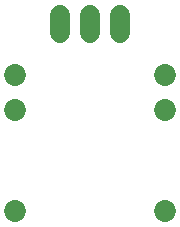
<source format=gbr>
G04 EAGLE Gerber RS-274X export*
G75*
%MOMM*%
%FSLAX34Y34*%
%LPD*%
%INSoldermask Top*%
%IPPOS*%
%AMOC8*
5,1,8,0,0,1.08239X$1,22.5*%
G01*
%ADD10C,1.727200*%
%ADD11C,1.853200*%


D10*
X139700Y185420D02*
X139700Y170180D01*
X114300Y170180D02*
X114300Y185420D01*
X88900Y185420D02*
X88900Y170180D01*
D11*
X50800Y19850D03*
X50800Y104850D03*
X50800Y134850D03*
X177800Y19850D03*
X177800Y104850D03*
X177800Y134850D03*
M02*

</source>
